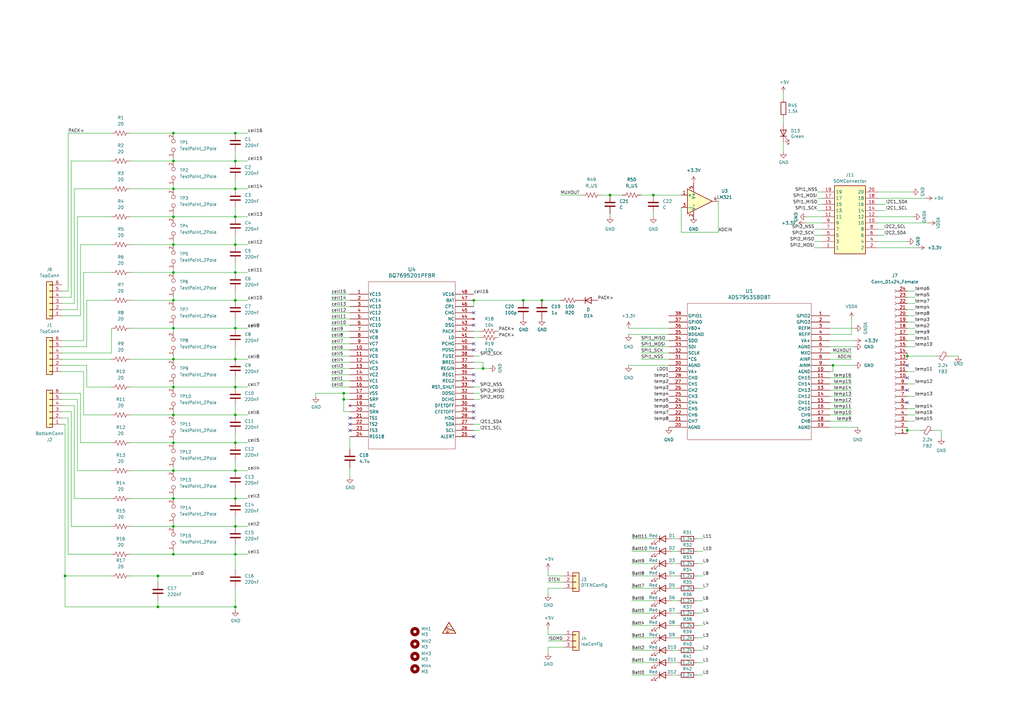
<source format=kicad_sch>
(kicad_sch (version 20230121) (generator eeschema)
  (paper "A3")
  (junction (at 198.12 151.13))
  (junction (at 71.12 215.9))
  (junction (at 96.52 134.62))
  (junction (at 96.52 54.61))
  (junction (at 250.19 80.01))
  (junction (at 71.12 77.47))
  (junction (at 71.12 147.32))
  (junction (at 96.52 77.47))
  (junction (at 96.52 170.18))
  (junction (at 96.52 248.92))
  (junction (at 341.63 149.86))
  (junction (at 96.52 147.32))
  (junction (at 64.77 236.22))
  (junction (at 96.52 123.19))
  (junction (at 222.25 123.19))
  (junction (at 71.12 66.04))
  (junction (at 71.12 204.47))
  (junction (at 71.12 111.76))
  (junction (at 96.52 181.61))
  (junction (at 71.12 88.9))
  (junction (at 96.52 227.33))
  (junction (at 71.12 100.33))
  (junction (at 71.12 227.33))
  (junction (at 71.12 123.19))
  (junction (at 96.52 158.75))
  (junction (at 194.31 123.19))
  (junction (at 71.12 181.61))
  (junction (at 140.97 161.29))
  (junction (at 96.52 111.76))
  (junction (at 96.52 215.9))
  (junction (at 96.52 204.47))
  (junction (at 372.11 146.05))
  (junction (at 26.67 236.22))
  (junction (at 372.11 176.53))
  (junction (at 96.52 100.33))
  (junction (at 71.12 170.18))
  (junction (at 71.12 134.62))
  (junction (at 71.12 193.04))
  (junction (at 214.63 123.19))
  (junction (at 140.97 163.83))
  (junction (at 96.52 66.04))
  (junction (at 267.97 80.01))
  (junction (at 71.12 158.75))
  (junction (at 64.77 248.92))
  (junction (at 71.12 54.61))
  (junction (at 96.52 193.04))
  (junction (at 96.52 88.9))
  (no_connect (at 194.31 168.91))
  (no_connect (at 194.31 128.27))
  (no_connect (at 194.31 171.45))
  (no_connect (at 372.11 165.1))
  (no_connect (at 143.51 176.53))
  (no_connect (at 194.31 133.35))
  (no_connect (at 372.11 154.94))
  (no_connect (at 372.11 149.86))
  (no_connect (at 194.31 143.51))
  (no_connect (at 194.31 153.67))
  (no_connect (at 194.31 156.21))
  (no_connect (at 194.31 179.07))
  (no_connect (at 372.11 160.02))
  (no_connect (at 194.31 140.97))
  (no_connect (at 194.31 166.37))
  (no_connect (at 143.51 171.45))
  (no_connect (at 143.51 173.99))
  (wire (pts (xy 275.59 276.86) (xy 278.13 276.86)))
  (wire (pts (xy 96.52 147.32) (xy 101.6 147.32)))
  (wire (pts (xy 360.045 93.98) (xy 362.585 93.98)))
  (wire (pts (xy 25.4 121.92) (xy 29.21 121.92)))
  (wire (pts (xy 129.54 161.29) (xy 140.97 161.29)))
  (wire (pts (xy 96.52 111.76) (xy 101.6 111.76)))
  (wire (pts (xy 321.31 58.42) (xy 321.31 62.23)))
  (wire (pts (xy 96.52 123.19) (xy 101.6 123.19)))
  (wire (pts (xy 71.12 203.2) (xy 71.12 204.47)))
  (wire (pts (xy 53.34 54.61) (xy 71.12 54.61)))
  (wire (pts (xy 360.045 86.36) (xy 363.22 86.36)))
  (wire (pts (xy 374.65 88.9) (xy 360.045 88.9)))
  (wire (pts (xy 96.52 181.61) (xy 101.6 181.61)))
  (wire (pts (xy 34.29 111.76) (xy 45.72 111.76)))
  (wire (pts (xy 279.4 85.09) (xy 279.4 95.25)))
  (wire (pts (xy 274.32 142.24) (xy 262.89 142.24)))
  (wire (pts (xy 375.285 172.72) (xy 372.11 172.72)))
  (wire (pts (xy 25.4 166.37) (xy 30.48 166.37)))
  (wire (pts (xy 31.75 193.04) (xy 45.72 193.04)))
  (wire (pts (xy 53.34 227.33) (xy 71.12 227.33)))
  (wire (pts (xy 140.97 161.29) (xy 143.51 161.29)))
  (wire (pts (xy 96.52 154.94) (xy 96.52 158.75)))
  (wire (pts (xy 25.4 119.38) (xy 27.94 119.38)))
  (wire (pts (xy 274.32 144.78) (xy 262.89 144.78)))
  (wire (pts (xy 96.52 134.62) (xy 101.6 134.62)))
  (wire (pts (xy 71.12 76.2) (xy 71.12 77.47)))
  (wire (pts (xy 27.94 54.61) (xy 45.72 54.61)))
  (wire (pts (xy 274.32 149.86) (xy 257.81 149.86)))
  (wire (pts (xy 372.11 146.05) (xy 372.11 147.32)))
  (wire (pts (xy 372.11 144.78) (xy 372.11 146.05)))
  (wire (pts (xy 360.045 83.82) (xy 363.22 83.82)))
  (wire (pts (xy 275.59 266.7) (xy 278.13 266.7)))
  (wire (pts (xy 135.89 158.75) (xy 143.51 158.75)))
  (wire (pts (xy 29.21 121.92) (xy 29.21 66.04)))
  (wire (pts (xy 96.52 227.33) (xy 101.6 227.33)))
  (wire (pts (xy 224.79 233.68) (xy 224.79 236.22)))
  (wire (pts (xy 194.31 135.89) (xy 196.85 135.89)))
  (wire (pts (xy 34.29 170.18) (xy 45.72 170.18)))
  (wire (pts (xy 372.11 99.06) (xy 360.045 99.06)))
  (wire (pts (xy 53.34 215.9) (xy 71.12 215.9)))
  (wire (pts (xy 29.21 66.04) (xy 45.72 66.04)))
  (wire (pts (xy 375.285 132.08) (xy 372.11 132.08)))
  (wire (pts (xy 53.34 88.9) (xy 71.12 88.9)))
  (wire (pts (xy 71.12 170.18) (xy 96.52 170.18)))
  (wire (pts (xy 96.52 54.61) (xy 101.6 54.61)))
  (wire (pts (xy 285.75 261.62) (xy 288.29 261.62)))
  (wire (pts (xy 194.31 146.05) (xy 196.85 146.05)))
  (wire (pts (xy 386.08 176.53) (xy 386.08 179.705)))
  (wire (pts (xy 71.12 133.35) (xy 71.12 134.62)))
  (wire (pts (xy 25.4 124.46) (xy 30.48 124.46)))
  (wire (pts (xy 284.48 88.9) (xy 284.48 90.17)))
  (wire (pts (xy 194.31 158.75) (xy 196.85 158.75)))
  (wire (pts (xy 349.25 165.1) (xy 340.36 165.1)))
  (wire (pts (xy 349.25 172.72) (xy 340.36 172.72)))
  (wire (pts (xy 275.59 246.38) (xy 278.13 246.38)))
  (wire (pts (xy 35.56 123.19) (xy 45.72 123.19)))
  (wire (pts (xy 224.79 257.81) (xy 224.79 260.35)))
  (wire (pts (xy 143.51 168.91) (xy 140.97 168.91)))
  (wire (pts (xy 135.89 140.97) (xy 143.51 140.97)))
  (wire (pts (xy 285.75 266.7) (xy 288.29 266.7)))
  (wire (pts (xy 349.25 144.78) (xy 340.36 144.78)))
  (wire (pts (xy 31.75 127) (xy 31.75 88.9)))
  (wire (pts (xy 335.28 78.74) (xy 337.185 78.74)))
  (wire (pts (xy 274.32 137.16) (xy 257.81 137.16)))
  (wire (pts (xy 382.905 176.53) (xy 386.08 176.53)))
  (wire (pts (xy 194.31 123.19) (xy 214.63 123.19)))
  (wire (pts (xy 30.48 166.37) (xy 30.48 204.47)))
  (wire (pts (xy 330.835 88.9) (xy 337.185 88.9)))
  (wire (pts (xy 259.08 251.46) (xy 267.97 251.46)))
  (wire (pts (xy 143.51 191.77) (xy 143.51 195.58)))
  (wire (pts (xy 224.79 265.43) (xy 231.14 265.43)))
  (wire (pts (xy 35.56 142.24) (xy 35.56 123.19)))
  (wire (pts (xy 96.52 250.19) (xy 96.52 248.92)))
  (wire (pts (xy 321.31 38.1) (xy 321.31 40.64)))
  (wire (pts (xy 71.12 111.76) (xy 96.52 111.76)))
  (wire (pts (xy 285.75 251.46) (xy 288.29 251.46)))
  (wire (pts (xy 274.32 147.32) (xy 262.89 147.32)))
  (wire (pts (xy 372.11 176.53) (xy 372.11 177.8)))
  (wire (pts (xy 71.12 191.77) (xy 71.12 193.04)))
  (wire (pts (xy 135.89 146.05) (xy 143.51 146.05)))
  (wire (pts (xy 96.52 193.04) (xy 101.6 193.04)))
  (wire (pts (xy 135.89 151.13) (xy 143.51 151.13)))
  (wire (pts (xy 285.75 241.3) (xy 288.29 241.3)))
  (wire (pts (xy 27.94 227.33) (xy 45.72 227.33)))
  (wire (pts (xy 33.02 100.33) (xy 45.72 100.33)))
  (wire (pts (xy 375.285 127) (xy 372.11 127)))
  (wire (pts (xy 135.89 133.35) (xy 143.51 133.35)))
  (wire (pts (xy 375.285 119.38) (xy 372.11 119.38)))
  (wire (pts (xy 349.25 160.02) (xy 340.36 160.02)))
  (wire (pts (xy 285.75 271.78) (xy 288.29 271.78)))
  (wire (pts (xy 198.12 148.59) (xy 198.12 151.13)))
  (wire (pts (xy 96.52 85.09) (xy 96.52 88.9)))
  (wire (pts (xy 53.34 181.61) (xy 71.12 181.61)))
  (wire (pts (xy 96.52 241.3) (xy 96.52 248.92)))
  (wire (pts (xy 224.79 238.76) (xy 231.14 238.76)))
  (wire (pts (xy 350.52 149.86) (xy 341.63 149.86)))
  (wire (pts (xy 26.67 248.92) (xy 26.67 236.22)))
  (wire (pts (xy 375.285 129.54) (xy 372.11 129.54)))
  (wire (pts (xy 375.285 170.18) (xy 372.11 170.18)))
  (wire (pts (xy 349.25 157.48) (xy 340.36 157.48)))
  (wire (pts (xy 25.4 147.32) (xy 45.72 147.32)))
  (wire (pts (xy 26.67 173.99) (xy 26.67 236.22)))
  (wire (pts (xy 341.63 149.86) (xy 340.36 149.86)))
  (wire (pts (xy 53.34 147.32) (xy 71.12 147.32)))
  (wire (pts (xy 71.12 168.91) (xy 71.12 170.18)))
  (wire (pts (xy 71.12 181.61) (xy 96.52 181.61)))
  (wire (pts (xy 71.12 157.48) (xy 71.12 158.75)))
  (wire (pts (xy 340.36 152.4) (xy 341.63 152.4)))
  (wire (pts (xy 53.34 100.33) (xy 71.12 100.33)))
  (wire (pts (xy 96.52 189.23) (xy 96.52 193.04)))
  (wire (pts (xy 140.97 163.83) (xy 140.97 161.29)))
  (wire (pts (xy 25.4 171.45) (xy 27.94 171.45)))
  (wire (pts (xy 96.52 66.04) (xy 101.6 66.04)))
  (wire (pts (xy 285.75 231.14) (xy 288.29 231.14)))
  (wire (pts (xy 350.52 142.24) (xy 340.36 142.24)))
  (wire (pts (xy 71.12 226.06) (xy 71.12 227.33)))
  (wire (pts (xy 25.4 173.99) (xy 26.67 173.99)))
  (wire (pts (xy 194.31 173.99) (xy 196.85 173.99)))
  (wire (pts (xy 71.12 204.47) (xy 96.52 204.47)))
  (wire (pts (xy 360.045 96.52) (xy 362.585 96.52)))
  (wire (pts (xy 96.52 200.66) (xy 96.52 204.47)))
  (wire (pts (xy 372.11 146.05) (xy 384.175 146.05)))
  (wire (pts (xy 135.89 123.19) (xy 143.51 123.19)))
  (wire (pts (xy 374.015 78.74) (xy 360.045 78.74)))
  (wire (pts (xy 71.12 54.61) (xy 96.52 54.61)))
  (wire (pts (xy 275.59 220.98) (xy 278.13 220.98)))
  (wire (pts (xy 64.77 236.22) (xy 64.77 238.76)))
  (wire (pts (xy 135.89 143.51) (xy 143.51 143.51)))
  (wire (pts (xy 96.52 177.8) (xy 96.52 181.61)))
  (wire (pts (xy 279.4 95.25) (xy 294.64 95.25)))
  (wire (pts (xy 285.75 220.98) (xy 288.29 220.98)))
  (wire (pts (xy 53.34 204.47) (xy 71.12 204.47)))
  (wire (pts (xy 224.79 243.84) (xy 224.79 241.3)))
  (wire (pts (xy 31.75 88.9) (xy 45.72 88.9)))
  (wire (pts (xy 285.75 246.38) (xy 288.29 246.38)))
  (wire (pts (xy 26.67 236.22) (xy 45.72 236.22)))
  (wire (pts (xy 35.56 149.86) (xy 25.4 149.86)))
  (wire (pts (xy 259.08 261.62) (xy 267.97 261.62)))
  (wire (pts (xy 96.52 62.23) (xy 96.52 66.04)))
  (wire (pts (xy 53.34 158.75) (xy 71.12 158.75)))
  (wire (pts (xy 64.77 246.38) (xy 64.77 248.92)))
  (wire (pts (xy 64.77 236.22) (xy 53.34 236.22)))
  (wire (pts (xy 96.52 204.47) (xy 101.6 204.47)))
  (wire (pts (xy 35.56 158.75) (xy 35.56 149.86)))
  (wire (pts (xy 25.4 129.54) (xy 33.02 129.54)))
  (wire (pts (xy 259.08 271.78) (xy 267.97 271.78)))
  (wire (pts (xy 129.54 162.56) (xy 129.54 161.29)))
  (wire (pts (xy 34.29 139.7) (xy 34.29 111.76)))
  (wire (pts (xy 25.4 161.29) (xy 33.02 161.29)))
  (wire (pts (xy 349.25 162.56) (xy 340.36 162.56)))
  (wire (pts (xy 29.21 168.91) (xy 29.21 215.9)))
  (wire (pts (xy 259.08 276.86) (xy 267.97 276.86)))
  (wire (pts (xy 96.52 96.52) (xy 96.52 100.33)))
  (wire (pts (xy 71.12 180.34) (xy 71.12 181.61)))
  (wire (pts (xy 30.48 124.46) (xy 30.48 77.47)))
  (wire (pts (xy 135.89 153.67) (xy 143.51 153.67)))
  (wire (pts (xy 375.285 152.4) (xy 372.11 152.4)))
  (wire (pts (xy 222.25 123.19) (xy 229.87 123.19)))
  (wire (pts (xy 321.31 48.26) (xy 321.31 50.8)))
  (wire (pts (xy 349.25 137.16) (xy 340.36 137.16)))
  (wire (pts (xy 30.48 204.47) (xy 45.72 204.47)))
  (wire (pts (xy 224.79 236.22) (xy 231.14 236.22)))
  (wire (pts (xy 376.555 101.6) (xy 360.045 101.6)))
  (wire (pts (xy 224.79 262.89) (xy 231.14 262.89)))
  (wire (pts (xy 335.28 83.82) (xy 337.185 83.82)))
  (wire (pts (xy 349.25 130.81) (xy 349.25 137.16)))
  (wire (pts (xy 250.19 80.01) (xy 255.27 80.01)))
  (wire (pts (xy 194.31 148.59) (xy 198.12 148.59)))
  (wire (pts (xy 135.89 125.73) (xy 143.51 125.73)))
  (wire (pts (xy 274.32 134.62) (xy 257.81 134.62)))
  (wire (pts (xy 341.63 152.4) (xy 341.63 149.86)))
  (wire (pts (xy 96.52 215.9) (xy 101.6 215.9)))
  (wire (pts (xy 140.97 168.91) (xy 140.97 163.83)))
  (wire (pts (xy 71.12 121.92) (xy 71.12 123.19)))
  (wire (pts (xy 285.75 256.54) (xy 288.29 256.54)))
  (wire (pts (xy 71.12 88.9) (xy 96.52 88.9)))
  (wire (pts (xy 360.045 91.44) (xy 381 91.44)))
  (wire (pts (xy 275.59 251.46) (xy 278.13 251.46)))
  (wire (pts (xy 135.89 128.27) (xy 143.51 128.27)))
  (wire (pts (xy 267.97 80.01) (xy 279.4 80.01)))
  (wire (pts (xy 375.285 167.64) (xy 372.11 167.64)))
  (wire (pts (xy 135.89 130.81) (xy 143.51 130.81)))
  (wire (pts (xy 259.08 220.98) (xy 267.97 220.98)))
  (wire (pts (xy 30.48 77.47) (xy 45.72 77.47)))
  (wire (pts (xy 250.19 88.9) (xy 250.19 87.63)))
  (wire (pts (xy 330.2 91.44) (xy 337.185 91.44)))
  (wire (pts (xy 25.4 144.78) (xy 45.72 144.78)))
  (wire (pts (xy 375.285 134.62) (xy 372.11 134.62)))
  (wire (pts (xy 372.11 176.53) (xy 377.825 176.53)))
  (wire (pts (xy 96.52 158.75) (xy 101.6 158.75)))
  (wire (pts (xy 194.31 138.43) (xy 196.85 138.43)))
  (wire (pts (xy 334.01 101.6) (xy 337.185 101.6)))
  (wire (pts (xy 71.12 64.77) (xy 71.12 66.04)))
  (wire (pts (xy 34.29 152.4) (xy 34.29 170.18)))
  (wire (pts (xy 334.01 96.52) (xy 337.185 96.52)))
  (wire (pts (xy 259.08 231.14) (xy 267.97 231.14)))
  (wire (pts (xy 96.52 107.95) (xy 96.52 111.76)))
  (wire (pts (xy 27.94 119.38) (xy 27.94 54.61)))
  (wire (pts (xy 33.02 181.61) (xy 45.72 181.61)))
  (wire (pts (xy 379.73 81.28) (xy 360.045 81.28)))
  (wire (pts (xy 224.79 260.35) (xy 231.14 260.35)))
  (wire (pts (xy 194.31 176.53) (xy 196.85 176.53)))
  (wire (pts (xy 96.52 223.52) (xy 96.52 227.33)))
  (wire (pts (xy 96.52 73.66) (xy 96.52 77.47)))
  (wire (pts (xy 259.08 226.06) (xy 267.97 226.06)))
  (wire (pts (xy 53.34 123.19) (xy 71.12 123.19)))
  (wire (pts (xy 349.25 154.94) (xy 340.36 154.94)))
  (wire (pts (xy 259.08 246.38) (xy 267.97 246.38)))
  (wire (pts (xy 375.285 124.46) (xy 372.11 124.46)))
  (wire (pts (xy 53.34 66.04) (xy 71.12 66.04)))
  (wire (pts (xy 143.51 163.83) (xy 140.97 163.83)))
  (wire (pts (xy 375.285 142.24) (xy 372.11 142.24)))
  (wire (pts (xy 71.12 99.06) (xy 71.12 100.33)))
  (wire (pts (xy 259.08 241.3) (xy 267.97 241.3)))
  (wire (pts (xy 96.52 119.38) (xy 96.52 123.19)))
  (wire (pts (xy 285.75 236.22) (xy 288.29 236.22)))
  (wire (pts (xy 375.285 137.16) (xy 372.11 137.16)))
  (wire (pts (xy 71.12 146.05) (xy 71.12 147.32)))
  (wire (pts (xy 71.12 214.63) (xy 71.12 215.9)))
  (wire (pts (xy 96.52 212.09) (xy 96.52 215.9)))
  (wire (pts (xy 64.77 248.92) (xy 26.67 248.92)))
  (wire (pts (xy 25.4 163.83) (xy 31.75 163.83)))
  (wire (pts (xy 31.75 163.83) (xy 31.75 193.04)))
  (wire (pts (xy 135.89 135.89) (xy 143.51 135.89)))
  (wire (pts (xy 35.56 158.75) (xy 45.72 158.75)))
  (wire (pts (xy 25.4 127) (xy 31.75 127)))
  (wire (pts (xy 135.89 148.59) (xy 143.51 148.59)))
  (wire (pts (xy 96.52 77.47) (xy 101.6 77.47)))
  (wire (pts (xy 285.75 276.86) (xy 288.29 276.86)))
  (wire (pts (xy 375.285 121.92) (xy 372.11 121.92)))
  (wire (pts (xy 274.32 139.7) (xy 262.89 139.7)))
  (wire (pts (xy 71.12 134.62) (xy 71.12 135.89)))
  (wire (pts (xy 275.59 226.06) (xy 278.13 226.06)))
  (wire (pts (xy 29.21 215.9) (xy 45.72 215.9)))
  (wire (pts (xy 25.4 152.4) (xy 34.29 152.4)))
  (wire (pts (xy 194.31 161.29) (xy 196.85 161.29)))
  (wire (pts (xy 349.25 167.64) (xy 340.36 167.64)))
  (wire (pts (xy 349.25 170.18) (xy 340.36 170.18)))
  (wire (pts (xy 53.34 134.62) (xy 71.12 134.62)))
  (wire (pts (xy 45.72 144.78) (xy 45.72 134.62)))
  (wire (pts (xy 25.4 139.7) (xy 34.29 139.7)))
  (wire (pts (xy 71.12 193.04) (xy 96.52 193.04)))
  (wire (pts (xy 71.12 123.19) (xy 96.52 123.19)))
  (wire (pts (xy 262.89 80.01) (xy 267.97 80.01)))
  (wire (pts (xy 53.34 111.76) (xy 71.12 111.76)))
  (wire (pts (xy 200.66 151.13) (xy 198.12 151.13)))
  (wire (pts (xy 96.52 166.37) (xy 96.52 170.18)))
  (wire (pts (xy 33.02 129.54) (xy 33.02 100.33)))
  (wire (pts (xy 375.285 162.56) (xy 372.11 162.56)))
  (wire (pts (xy 349.25 147.32) (xy 340.36 147.32)))
  (wire (pts (xy 71.12 77.47) (xy 96.52 77.47)))
  (wire (pts (xy 53.34 170.18) (xy 71.12 170.18)))
  (wire (pts (xy 267.97 87.63) (xy 267.97 88.9)))
  (wire (pts (xy 53.34 77.47) (xy 71.12 77.47)))
  (wire (pts (xy 143.51 179.07) (xy 143.51 184.15)))
  (wire (pts (xy 246.38 80.01) (xy 250.19 80.01)))
  (wire (pts (xy 78.74 236.22) (xy 64.77 236.22)))
  (wire (pts (xy 275.59 236.22) (xy 278.13 236.22)))
  (wire (pts (xy 198.12 151.13) (xy 194.31 151.13)))
  (wire (pts (xy 375.285 157.48) (xy 372.11 157.48)))
  (wire (pts (xy 96.52 248.92) (xy 64.77 248.92)))
  (wire (pts (xy 96.52 100.33) (xy 101.6 100.33)))
  (wire (pts (xy 275.59 271.78) (xy 278.13 271.78)))
  (wire (pts (xy 275.59 241.3) (xy 278.13 241.3)))
  (wire (pts (xy 135.89 138.43) (xy 143.51 138.43)))
  (wire (pts (xy 229.87 80.01) (xy 238.76 80.01)))
  (wire (pts (xy 96.52 142.24) (xy 96.52 147.32)))
  (wire (pts (xy 224.79 241.3) (xy 231.14 241.3)))
  (wire (pts (xy 259.08 266.7) (xy 267.97 266.7)))
  (wire (pts (xy 334.01 99.06) (xy 337.185 99.06)))
  (wire (pts (xy 71.12 100.33) (xy 96.52 100.33)))
  (wire (pts (xy 71.12 87.63) (xy 71.12 88.9)))
  (wire (pts (xy 71.12 110.49) (xy 71.12 111.76)))
  (wire (pts (xy 25.4 168.91) (xy 29.21 168.91)))
  (wire (pts (xy 350.52 139.7) (xy 340.36 139.7)))
  (wire (pts (xy 27.94 171.45) (xy 27.94 227.33)))
  (wire (pts (xy 275.59 261.62) (xy 278.13 261.62)))
  (wire (pts (xy 96.52 233.68) (xy 96.52 227.33)))
  (wire (pts (xy 194.31 163.83) (xy 196.85 163.83)))
  (wire (pts (xy 96.52 88.9) (xy 101.6 88.9)))
  (wire (pts (xy 259.08 256.54) (xy 267.97 256.54)))
  (wire (pts (xy 71.12 66.04) (xy 96.52 66.04)))
  (wire (pts (xy 71.12 147.32) (xy 96.52 147.32)))
  (wire (pts (xy 294.64 95.25) (xy 294.64 82.55)))
  (wire (pts (xy 71.12 134.62) (xy 96.52 134.62)))
  (wire (pts (xy 334.01 93.98) (xy 337.185 93.98)))
  (wire (pts (xy 71.12 227.33) (xy 96.52 227.33)))
  (wire (pts (xy 259.08 236.22) (xy 267.97 236.22)))
  (wire (pts (xy 285.75 226.06) (xy 288.29 226.06)))
  (wire (pts (xy 275.59 231.14) (xy 278.13 231.14)))
  (wire (pts (xy 53.34 193.04) (xy 71.12 193.04)))
  (wire (pts (xy 25.4 142.24) (xy 35.56 142.24)))
  (wire (pts (xy 224.79 267.97) (xy 224.79 265.43)))
  (wire (pts (xy 389.255 146.05) (xy 393.065 146.05)))
  (wire (pts (xy 71.12 158.75) (xy 96.52 158.75)))
  (wire (pts (xy 275.59 256.54) (xy 278.13 256.54)))
  (wire (pts (xy 351.79 175.26) (xy 340.36 175.26)))
  (wire (pts (xy 96.52 170.18) (xy 101.6 170.18)))
  (wire (pts (xy 335.28 81.28) (xy 337.185 81.28)))
  (wire (pts (xy 194.31 123.19) (xy 194.31 125.73)))
  (wire (pts (xy 372.11 175.26) (xy 372.11 176.53)))
  (wire (pts (xy 335.28 86.36) (xy 337.185 86.36)))
  (wire (pts (xy 350.52 134.62) (xy 340.36 134.62)))
  (wire (pts (xy 71.12 215.9) (xy 96.52 215.9)))
  (wire (pts (xy 375.285 139.7) (xy 372.11 139.7)))
  (wire (pts (xy 135.89 120.65) (xy 143.51 120.65)))
  (wire (pts (xy 33.02 161.29) (xy 33.02 181.61)))
  (wire (pts (xy 96.52 130.81) (xy 96.52 134.62)))
  (wire (pts (xy 135.89 156.21) (xy 143.51 156.21)))
  (wire (pts (xy 214.63 123.19) (xy 222.25 123.19)))
  (label "SPI1_MOSI" (at 335.28 81.28 180))
  (label "L6" (at 288.29 246.38 0))
  (label "cell8" (at 135.89 138.43 0))
  (label "SPI1_NSS" (at 335.28 78.74 180))
  (label "temp5" (at 375.285 121.92 0))
  (label "temp2" (at 274.32 157.48 180))
  (label "cell15" (at 101.6 66.04 0))
  (label "SPI2_SCK" (at 196.85 146.05 0))
  (label "Batt7" (at 259.08 241.3 0))
  (label "I2C2_SCL" (at 362.585 93.98 0))
  (label "L5" (at 288.29 251.46 0))
  (label "MUXOUT" (at 349.25 144.78 180))
  (label "L3" (at 288.29 261.62 0))
  (label "cell5" (at 101.6 181.61 0))
  (label "cell13" (at 135.89 125.73 0))
  (label "cell0" (at 135.89 158.75 0))
  (label "temp11" (at 375.285 152.4 0))
  (label "PACK+" (at 204.47 138.43 0))
  (label "temp13" (at 349.25 162.56 180))
  (label "cell16" (at 101.6 54.61 0))
  (label "cell9" (at 101.6 134.62 0))
  (label "SPI1_SCK" (at 262.89 144.78 0))
  (label "cell9" (at 135.89 135.89 0))
  (label "cell14" (at 135.89 123.19 0))
  (label "I2C2_SDA" (at 362.585 96.52 0))
  (label "Batt2" (at 259.08 266.7 0))
  (label "Batt3" (at 259.08 261.62 0))
  (label "cell2" (at 101.6 215.9 0))
  (label "SPI2_MOSI" (at 196.85 163.83 0))
  (label "I2C1_SDA" (at 363.22 83.82 0))
  (label "temp11" (at 349.25 167.64 180))
  (label "cell5" (at 135.89 146.05 0))
  (label "Batt8" (at 259.08 236.22 0))
  (label "temp16" (at 375.285 170.18 0))
  (label "PACK+" (at 27.94 54.61 0))
  (label "temp3" (at 274.32 160.02 180))
  (label "cell7" (at 135.89 140.97 0))
  (label "L7" (at 288.29 241.3 0))
  (label "L8" (at 288.29 236.22 0))
  (label "SPI1_NSS" (at 262.89 147.32 0))
  (label "Batt11" (at 259.08 220.98 0))
  (label "temp4" (at 375.285 127 0))
  (label "L4" (at 288.29 256.54 0))
  (label "SPI2_NSS" (at 196.85 158.75 0))
  (label "SPI2_SCK" (at 334.01 96.52 180))
  (label "L0" (at 288.29 276.86 0))
  (label "Batt6" (at 259.08 246.38 0))
  (label "cell8" (at 101.6 147.32 0))
  (label "I2C1_SDA" (at 196.85 173.99 0))
  (label "ADCIN" (at 294.64 95.25 0))
  (label "SPI1_MISO" (at 262.89 139.7 0))
  (label "temp6" (at 375.285 119.38 0))
  (label "temp1" (at 375.285 139.7 0))
  (label "cell11" (at 101.6 111.76 0))
  (label "cell3" (at 101.6 204.47 0))
  (label "ADCIN" (at 349.25 147.32 180))
  (label "cell10" (at 101.6 123.19 0))
  (label "cell6" (at 101.6 170.18 0))
  (label "MUXOUT" (at 229.87 80.01 0))
  (label "cell4" (at 135.89 148.59 0))
  (label "I2C1_SCL" (at 196.85 176.53 0))
  (label "cell15" (at 135.89 120.65 0))
  (label "temp9" (at 349.25 172.72 180))
  (label "L10" (at 288.29 226.06 0))
  (label "temp14" (at 349.25 160.02 180))
  (label "Batt9" (at 259.08 231.14 0))
  (label "temp9" (at 375.285 137.16 0))
  (label "SPI2_MISO" (at 196.85 161.29 0))
  (label "temp7" (at 375.285 124.46 0))
  (label "temp12" (at 375.285 157.48 0))
  (label "cell12" (at 101.6 100.33 0))
  (label "temp2" (at 375.285 134.62 0))
  (label "PACK+" (at 204.47 135.89 0))
  (label "temp12" (at 349.25 165.1 180))
  (label "SPI2_MISO" (at 334.01 99.06 180))
  (label "cell11" (at 135.89 130.81 0))
  (label "SPI1_SCK" (at 335.28 86.36 180))
  (label "SPI2_NSS" (at 334.01 93.98 180))
  (label "temp5" (at 274.32 165.1 180))
  (label "SPI1_MISO" (at 335.28 83.82 180))
  (label "temp16" (at 349.25 154.94 180))
  (label "cell10" (at 135.89 133.35 0))
  (label "SPI2_MOSI" (at 334.01 101.6 180))
  (label "L11" (at 288.29 220.98 0))
  (label "L9" (at 288.29 231.14 0))
  (label "Batt5" (at 259.08 251.46 0))
  (label "temp10" (at 349.25 170.18 180))
  (label "ISOMD" (at 224.79 262.89 0))
  (label "cell4" (at 101.6 193.04 0))
  (label "cell1" (at 135.89 156.21 0))
  (label "SPI1_MOSI" (at 262.89 142.24 0))
  (label "temp15" (at 375.285 172.72 0))
  (label "temp13" (at 375.285 162.56 0))
  (label "temp15" (at 349.25 157.48 180))
  (label "Batt1" (at 259.08 271.78 0))
  (label "cell6" (at 135.89 143.51 0))
  (label "I2C1_SCL" (at 363.22 86.36 0))
  (label "temp6" (at 274.32 167.64 180))
  (label "DTEN" (at 224.79 238.76 0))
  (label "cell7" (at 101.6 158.75 0))
  (label "temp8" (at 375.285 129.54 0))
  (label "Batt4" (at 259.08 256.54 0))
  (label "temp10" (at 375.285 142.24 0))
  (label "cell0" (at 78.74 236.22 0))
  (label "cell9" (at 101.6 134.62 0))
  (label "temp4" (at 274.32 162.56 180))
  (label "cell3" (at 135.89 151.13 0))
  (label "temp14" (at 375.285 167.64 0))
  (label "temp1" (at 274.32 154.94 180))
  (label "L2" (at 288.29 266.7 0))
  (label "cell14" (at 101.6 77.47 0))
  (label "temp3" (at 375.285 132.08 0))
  (label "cell12" (at 135.89 128.27 0))
  (label "cell2" (at 135.89 153.67 0))
  (label "Batt0" (at 259.08 276.86 0))
  (label "cell16" (at 194.31 120.65 0))
  (label "cell13" (at 101.6 88.9 0))
  (label "Batt10" (at 259.08 226.06 0))
  (label "PACK+" (at 245.11 123.19 0))
  (label "L1" (at 288.29 271.78 0))
  (label "LDO1" (at 274.32 152.4 180))
  (label "temp7" (at 274.32 170.18 180))
  (label "temp8" (at 274.32 172.72 180))
  (label "cell1" (at 101.6 227.33 0))
  (symbol (lib_id "Device:LED") (at 321.31 54.61 90) (unit 1)
    (property "Reference" "D13" (at 324.2818 53.6448 90) (effects (justify right)))
    (property "Value" "Green" (at 324.2818 55.9562 90) (effects (justify right)))
    (property "Footprint" "LED_SMD:LED_0805_2012Metric" (effects hide))
  )
  (symbol (lib_id "power:GND") (at 321.31 62.23 0) (unit 1)
    (property "Reference" "#PWR013" (effects hide))
    (property "Value" "GND" (at 321.437 66.6242 0))
  )
  (symbol (lib_id "Device:R") (at 321.31 44.45 0) (unit 1)
    (property "Reference" "R45" (at 323.088 43.2816 0) (effects (justify left)))
    (property "Value" "1.5k" (at 323.088 45.593 0) (effects (justify left)))
    (property "Footprint" "Resistor_SMD:R_0805_2012Metric" (effects hide))
  )
  (symbol (lib_id "Device:LED") (at 271.78 220.98 0) (unit 1)
    (property "Reference" "D1" (at 275.59 219.71 0))
    (property "Value" "Red" (at 267.97 219.71 0))
    (property "Footprint" "LED_SMD:LED_0805_2012Metric" (effects hide))
  )
  (symbol (lib_id "Device:R") (at 281.94 220.98 270) (unit 1)
    (property "Reference" "R31" (at 281.94 218.44 90))
    (property "Value" "1.2k" (at 281.94 220.98 90))
    (property "Footprint" "Resistor_SMD:R_0805_2012Metric" (effects hide))
  )
  (symbol (lib_id "Connector_Generic:Conn_01x03") (at 236.22 262.89 0) (unit 1)
    (property "Reference" "J4" (at 238.252 261.8232 0) (effects (justify left)))
    (property "Value" "IsoConfig" (at 238.252 264.1346 0) (effects (justify left)))
    (property "Footprint" "Connector_PinHeader_2.54mm:PinHeader_1x03_P2.54mm_Vertical" (effects hide))
  )
  (symbol (lib_id "power:GND") (at 224.79 267.97 0) (unit 1)
    (property "Reference" "#PWR07" (effects hide))
    (property "Value" "GND" (at 224.917 272.3642 0))
  )
  (symbol (lib_id "Device:LED") (at 271.78 226.06 0) (unit 1)
    (property "Reference" "D2" (at 275.59 224.79 0))
    (property "Value" "Red" (at 267.97 224.79 0))
    (property "Footprint" "LED_SMD:LED_0805_2012Metric" (effects hide))
  )
  (symbol (lib_id "Device:R") (at 281.94 226.06 270) (unit 1)
    (property "Reference" "R32" (at 281.94 223.52 90))
    (property "Value" "1.2k" (at 281.94 226.06 90))
    (property "Footprint" "Resistor_SMD:R_0805_2012Metric" (effects hide))
  )
  (symbol (lib_id "Device:LED") (at 271.78 231.14 0) (unit 1)
    (property "Reference" "D3" (at 275.59 229.87 0))
    (property "Value" "Red" (at 267.97 229.87 0))
    (property "Footprint" "LED_SMD:LED_0805_2012Metric" (effects hide))
  )
  (symbol (lib_id "Device:R") (at 281.94 231.14 270) (unit 1)
    (property "Reference" "R33" (at 281.94 228.6 90))
    (property "Value" "1.2k" (at 281.94 231.14 90))
    (property "Footprint" "Resistor_SMD:R_0805_2012Metric" (effects hide))
  )
  (symbol (lib_id "Device:LED") (at 271.78 236.22 0) (unit 1)
    (property "Reference" "D4" (at 275.59 234.95 0))
    (property "Value" "Red" (at 267.97 234.95 0))
    (property "Footprint" "LED_SMD:LED_0805_2012Metric" (effects hide))
  )
  (symbol (lib_id "Device:R") (at 281.94 236.22 270) (unit 1)
    (property "Reference" "R34" (at 281.94 233.68 90))
    (property "Value" "1.2k" (at 281.94 236.22 90))
    (property "Footprint" "Resistor_SMD:R_0805_2012Metric" (effects hide))
  )
  (symbol (lib_id "Device:LED") (at 271.78 241.3 0) (unit 1)
    (property "Reference" "D5" (at 275.59 240.03 0))
    (property "Value" "Red" (at 267.97 240.03 0))
    (property "Footprint" "LED_SMD:LED_0805_2012Metric" (effects hide))
  )
  (symbol (lib_id "Device:R") (at 281.94 241.3 270) (unit 1)
    (property "Reference" "R35" (at 281.94 238.76 90))
    (property "Value" "1.2k" (at 281.94 241.3 90))
    (property "Footprint" "Resistor_SMD:R_0805_2012Metric" (effects hide))
  )
  (symbol (lib_id "Device:LED") (at 271.78 246.38 0) (unit 1)
    (property "Reference" "D6" (at 275.59 245.11 0))
    (property "Value" "Red" (at 267.97 245.11 0))
    (property "Footprint" "LED_SMD:LED_0805_2012Metric" (effects hide))
  )
  (symbol (lib_id "Device:R") (at 281.94 246.38 270) (unit 1)
    (property "Reference" "R36" (at 281.94 243.84 90))
    (property "Value" "1.2k" (at 281.94 246.38 90))
    (property "Footprint" "Resistor_SMD:R_0805_2012Metric" (effects hide))
  )
  (symbol (lib_id "Device:LED") (at 271.78 251.46 0) (unit 1)
    (property "Reference" "D7" (at 275.59 250.19 0))
    (property "Value" "Red" (at 267.97 250.19 0))
    (property "Footprint" "LED_SMD:LED_0805_2012Metric" (effects hide))
  )
  (symbol (lib_id "Device:R") (at 281.94 251.46 270) (unit 1)
    (property "Reference" "R37" (at 281.94 248.92 90))
    (property "Value" "1.2k" (at 281.94 251.46 90))
    (property "Footprint" "Resistor_SMD:R_0805_2012Metric" (effects hide))
  )
  (symbol (lib_id "Device:LED") (at 271.78 256.54 0) (unit 1)
    (property "Reference" "D8" (at 275.59 255.27 0))
    (property "Value" "Red" (at 267.97 255.27 0))
    (property "Footprint" "LED_SMD:LED_0805_2012Metric" (effects hide))
  )
  (symbol (lib_id "Device:R") (at 281.94 256.54 270) (unit 1)
    (property "Reference" "R38" (at 281.94 254 90))
    (property "Value" "1.2k" (at 281.94 256.54 90))
    (property "Footprint" "Resistor_SMD:R_0805_2012Metric" (effects hide))
  )
  (symbol (lib_id "Device:LED") (at 271.78 261.62 0) (unit 1)
    (property "Reference" "D9" (at 275.59 260.35 0))
    (property "Value" "Red" (at 267.97 260.35 0))
    (property "Footprint" "LED_SMD:LED_0805_2012Metric" (effects hide))
  )
  (symbol (lib_id "Device:R") (at 281.94 261.62 270) (unit 1)
    (property "Reference" "R39" (at 281.94 259.08 90))
    (property "Value" "1.2k" (at 281.94 261.62 90))
    (property "Footprint" "Resistor_SMD:R_0805_2012Metric" (effects hide))
  )
  (symbol (lib_id "Device:LED") (at 271.78 266.7 0) (unit 1)
    (property "Reference" "D10" (at 275.59 265.43 0))
    (property "Value" "Red" (at 267.97 265.43 0))
    (property "Footprint" "LED_SMD:LED_0805_2012Metric" (effects hide))
  )
  (symbol (lib_id "Device:R") (at 281.94 266.7 270) (unit 1)
    (property "Reference" "R40" (at 281.94 264.16 90))
    (property "Value" "1.2k" (at 281.94 266.7 90))
    (property "Footprint" "Resistor_SMD:R_0805_2012Metric" (effects hide))
  )
  (symbol (lib_id "Device:LED") (at 271.78 271.78 0) (unit 1)
    (property "Reference" "D11" (at 275.59 270.51 0))
    (property "Value" "Red" (at 267.97 270.51 0))
    (property "Footprint" "LED_SMD:LED_0805_2012Metric" (effects hide))
  )
  (symbol (lib_id "Device:R") (at 281.94 271.78 270) (unit 1)
    (property "Reference" "R41" (at 281.94 269.24 90))
    (property "Value" "1.2k" (at 281.94 271.78 90))
    (property "Footprint" "Resistor_SMD:R_0805_2012Metric" (effects hide))
  )
  (symbol (lib_id "Device:LED") (at 271.78 276.86 0) (unit 1)
    (property "Reference" "D12" (at 275.59 275.59 0))
    (property "Value" "Red" (at 267.97 275.59 0))
    (property "Footprint" "LED_SMD:LED_0805_2012Metric" (effects hide))
  )
  (symbol (lib_id "Device:R") (at 281.94 276.86 270) (unit 1)
    (property "Reference" "R42" (at 281.94 274.32 90))
    (property "Value" "1.2k" (at 281.94 276.86 90))
    (property "Footprint" "Resistor_SMD:R_0805_2012Metric" (effects hide))
  )
  (symbol (lib_id "Mechanical:MountingHole") (at 170.18 259.08 0) (unit 1)
    (property "Reference" "MH1" (at 172.72 257.9116 0) (effects (justify left)))
    (property "Value" "M3" (at 172.72 260.223 0) (effects (justify left)))
    (property "Footprint" "MountingHole:MountingHole_3mm" (effects hide))
  )
  (symbol (lib_id "Mechanical:MountingHole") (at 170.18 264.16 0) (unit 1)
    (property "Reference" "MH2" (at 172.72 262.9916 0) (effects (justify left)))
    (property "Value" "M3" (at 172.72 265.303 0) (effects (justify left)))
    (property "Footprint" "MountingHole:MountingHole_3mm" (effects hide))
  )
  (symbol (lib_id "Mechanical:MountingHole") (at 170.18 269.24 0) (unit 1)
    (property "Reference" "MH3" (at 172.72 268.0716 0) (effects (justify left)))
    (property "Value" "M3" (at 172.72 270.383 0) (effects (justify left)))
    (property "Footprint" "MountingHole:MountingHole_3mm" (effects hide))
  )
  (symbol (lib_id "Mechanical:MountingHole") (at 170.18 274.32 0) (unit 1)
    (property "Reference" "MH4" (at 172.72 273.1516 0) (effects (justify left)))
    (property "Value" "M3" (at 172.72 275.463 0) (effects (justify left)))
    (property "Footprint" "MountingHole:MountingHole_3mm" (effects hide))
  )
  (symbol (lib_id "Graphic:SYM_ESD_Small") (at 184.15 257.81 0) (unit 1)
    (property "Reference" "#SYM1" (effects hide))
    (property "Value" "SYM_ESD_Small" (effects hide))
    (property "Footprint" "Symbol:ESD-Logo_6.6x6mm_SilkScreen" (effects hide))
  )
  (symbol (lib_id "Connector_Generic:Conn_01x06") (at 20.32 168.91 180) (unit 1)
    (property "Reference" "J2" (at 20.32 180.34 0))
    (property "Value" "BottomConn" (at 20.32 177.8 0))
    (property "Footprint" "Connector_Molex:Molex_Micro-Fit_3.0_43650-0700_1x07_P3.00mm_Horizontal" (effects hide))
  )
  (symbol (lib_id "Connector_Generic:Conn_01x06") (at 20.32 147.32 180) (unit 1)
    (property "Reference" "J1" (at 20.32 133.35 0))
    (property "Value" "TopConn" (at 20.32 135.89 0))
    (property "Footprint" "Connector_Molex:Molex_Micro-Fit_3.0_43650-0700_1x07_P3.00mm_Horizontal" (effects hide))
  )
  (symbol (lib_id "power:+5V") (at 321.31 38.1 0) (unit 1)
    (property "Reference" "#PWR012" (effects hide))
    (property "Value" "+5V" (at 321.691 33.7058 0))
  )
  (symbol (lib_id "power:+5V") (at 224.79 257.81 0) (unit 1)
    (property "Reference" "#PWR06" (effects hide))
    (property "Value" "+5V" (at 225.171 253.4158 0))
  )
  (symbol (lib_id "Connector_Generic:Conn_01x03") (at 236.22 238.76 0) (unit 1)
    (property "Reference" "J3" (at 238.252 237.6932 0) (effects (justify left)))
    (property "Value" "DTENConfig" (at 238.252 240.0046 0) (effects (justify left)))
    (property "Footprint" "Connector_PinHeader_2.54mm:PinHeader_1x03_P2.54mm_Vertical" (effects hide))
  )
  (symbol (lib_id "power:GND") (at 224.79 243.84 0) (unit 1)
    (property "Reference" "#PWR05" (effects hide))
    (property "Value" "GND" (at 224.917 248.2342 0))
  )
  (symbol (lib_id "power:+5V") (at 224.79 233.68 0) (unit 1)
    (property "Reference" "#PWR04" (effects hide))
    (property "Value" "+5V" (at 225.171 229.2858 0))
  )
  (symbol (lib_id "Device:C") (at 214.63 127 180) (unit 1)
    (property "Reference" "C20" (at 207.01 125.73 0) (effects (justify right)))
    (property "Value" "100p" (at 207.01 128.27 0) (effects (justify right)))
  )
  (symbol (lib_id "Device:C") (at 143.51 187.96 180) (unit 1)
    (property "Reference" "C18" (at 147.32 186.69 0) (effects (justify right)))
    (property "Value" "4.7u" (at 147.32 189.23 0) (effects (justify right)))
  )
  (symbol (lib_id "Device:FerriteBead_Small") (at 386.715 146.05 270) (unit 1)
    (property "Reference" "FB3" (at 386.7531 152.4 90))
    (property "Value" "2.2k" (at 386.7531 149.86 90))
    (property "Footprint" "Inductor_SMD:L_0805_2012Metric_Pad1.05x1.20mm_HandSolder" (effects hide))
    (property "Datasheet" "https://www.digikey.com/en/products/detail/laird-signal-integrity-products/HZ0805B222R-10/1236418" (effects hide))
  )
  (symbol (lib_id "power:+3.3V") (at 330.2 91.44 90) (unit 1)
    (property "Reference" "#PWR032" (effects hide))
    (property "Value" "+3.3V" (at 326.39 91.44 90) (effects (justify left)))
  )
  (symbol (lib_id "Device:R_US") (at 49.53 158.75 270) (unit 1)
    (property "Reference" "R10" (at 49.53 152.4 90))
    (property "Value" "20" (at 49.53 154.94 90))
  )
  (symbol (lib_id "utsvt-chips:ADS7953SBDBT") (at 340.36 129.54 0) (mirror y) (unit 1)
    (property "Reference" "U1" (at 307.34 119.38 0) (effects (font (size 1.524 1.524))))
    (property "Value" "ADS7953SBDBT" (at 307.34 121.92 0) (effects (font (size 1.524 1.524))))
    (property "Footprint" "Package_SO:HTSSOP-38-1EP_6.1x12.5mm_P0.65mm_EP5.2x12.5mm_Mask3.39x6.35mm" (effects hide))
    (property "Datasheet" "ADS7953SBDBT" (effects hide))
  )
  (symbol (lib_id "Connector:TestPoint_2Pole") (at 71.12 186.69 90) (unit 1)
    (property "Reference" "TP12" (at 73.66 185.42 90) (effects (justify right)))
    (property "Value" "TestPoint_2Pole" (at 73.66 187.96 90) (effects (justify right)))
  )
  (symbol (lib_id "power:+5V") (at 379.73 81.28 270) (unit 1)
    (property "Reference" "#PWR038" (effects hide))
    (property "Value" "+5V" (at 382.905 81.28 90) (effects (justify left)))
  )
  (symbol (lib_id "power:GND") (at 214.63 130.81 0) (unit 1)
    (property "Reference" "#PWR028" (effects hide))
    (property "Value" "GND" (at 214.757 135.2042 0))
  )
  (symbol (lib_id "Device:C") (at 222.25 127 180) (unit 1)
    (property "Reference" "C19" (at 226.06 125.73 0) (effects (justify right)))
    (property "Value" "1u" (at 226.06 128.27 0) (effects (justify right)))
  )
  (symbol (lib_id "power:GND") (at 284.48 88.9 0) (unit 1)
    (property "Reference" "#PWR023" (effects hide))
    (property "Value" "GND" (at 284.48 93.98 0))
  )
  (symbol (lib_id "Device:R_US") (at 49.53 193.04 270) (unit 1)
    (property "Reference" "R13" (at 49.53 186.69 90))
    (property "Value" "20" (at 49.53 189.23 90))
  )
  (symbol (lib_id "Device:C") (at 250.19 83.82 180) (unit 1)
    (property "Reference" "C21" (at 254 82.55 0) (effects (justify right)))
    (property "Value" "C" (at 254 85.09 0) (effects (justify right)))
  )
  (symbol (lib_id "Device:R_US") (at 49.53 88.9 270) (unit 1)
    (property "Reference" "R4" (at 49.53 82.55 90))
    (property "Value" "20" (at 49.53 85.09 90))
  )
  (symbol (lib_id "Device:C") (at 96.52 162.56 180) (unit 1)
    (property "Reference" "C10" (at 100.33 161.29 0) (effects (justify right)))
    (property "Value" "220nF" (at 100.33 163.83 0) (effects (justify right)))
  )
  (symbol (lib_id "power:GND") (at 257.81 149.86 0) (mirror y) (unit 1)
    (property "Reference" "#PWR02" (effects hide))
    (property "Value" "GND" (at 257.81 154.94 0))
  )
  (symbol (lib_id "power:GNDA") (at 350.52 134.62 90) (mirror x) (unit 1)
    (property "Reference" "#PWR08" (effects hide))
    (property "Value" "GNDA" (at 354.965 134.62 0))
  )
  (symbol (lib_id "power:GND") (at 351.79 175.26 0) (mirror y) (unit 1)
    (property "Reference" "#PWR09" (effects hide))
    (property "Value" "GND" (at 351.79 180.34 0))
  )
  (symbol (lib_id "Device:C") (at 96.52 127 180) (unit 1)
    (property "Reference" "C7" (at 100.33 125.73 0) (effects (justify right)))
    (property "Value" "220nF" (at 100.33 128.27 0) (effects (justify right)))
  )
  (symbol (lib_id "Device:R_US") (at 49.53 100.33 270) (unit 1)
    (property "Reference" "R5" (at 49.53 93.98 90))
    (property "Value" "20" (at 49.53 96.52 90))
  )
  (symbol (lib_id "power:GND") (at 257.81 137.16 0) (mirror y) (unit 1)
    (property "Reference" "#PWR01" (effects hide))
    (property "Value" "GND" (at 257.81 142.24 0))
  )
  (symbol (lib_id "utsvt-chips:BQ7695201PFBR") (at 143.51 120.65 0) (unit 1)
    (property "Reference" "U4" (at 168.91 110.49 0) (effects (font (size 1.524 1.524))))
    (property "Value" "BQ7695201PFBR" (at 168.91 113.03 0) (effects (font (size 1.524 1.524))))
    (property "Footprint" "Package_QFP:TQFP-48_7x7mm_P0.5mm" (effects hide))
    (property "Datasheet" "BQ7695201PFBR" (effects hide))
  )
  (symbol (lib_id "power:GND") (at 350.52 142.24 90) (mirror x) (unit 1)
    (property "Reference" "#PWR016" (effects hide))
    (property "Value" "GND" (at 354.33 142.24 90) (effects (justify right)))
  )
  (symbol (lib_id "Device:C") (at 96.52 151.13 180) (unit 1)
    (property "Reference" "C9" (at 100.33 149.86 0) (effects (justify right)))
    (property "Value" "220nF" (at 100.33 152.4 0) (effects (justify right)))
  )
  (symbol (lib_id "Connector:TestPoint_2Pole") (at 71.12 198.12 90) (unit 1)
    (property "Reference" "TP13" (at 73.66 196.85 90) (effects (justify right)))
    (property "Value" "TestPoint_2Pole" (at 73.66 199.39 90) (effects (justify right)))
  )
  (symbol (lib_id "power:GNDA") (at 374.65 88.9 90) (unit 1)
    (property "Reference" "#PWR036" (effects hide))
    (property "Value" "GNDA" (at 379.095 88.9 0))
  )
  (symbol (lib_id "Connector:TestPoint_2Pole") (at 71.12 128.27 90) (unit 1)
    (property "Reference" "TP7" (at 73.66 127 90) (effects (justify right)))
    (property "Value" "TestPoint_2Pole" (at 73.66 129.54 90) (effects (justify right)))
  )
  (symbol (lib_id "Connector:TestPoint_2Pole") (at 71.12 152.4 90) (unit 1)
    (property "Reference" "TP9" (at 73.66 151.13 90) (effects (justify right)))
    (property "Value" "TestPoint_2Pole" (at 73.66 153.67 90) (effects (justify right)))
  )
  (symbol (lib_id "power:GND") (at 393.065 146.05 0) (mirror y) (unit 1)
    (property "Reference" "#PWR021" (effects hide))
    (property "Value" "GND" (at 393.065 149.225 0))
  )
  (symbol (lib_id "Device:R_US") (at 242.57 80.01 270) (unit 1)
    (property "Reference" "R49" (at 242.57 73.66 90))
    (property "Value" "R_US" (at 242.57 76.2 90))
  )
  (symbol (lib_id "Device:R_US") (at 49.53 215.9 270) (unit 1)
    (property "Reference" "R15" (at 49.53 209.55 90))
    (property "Value" "20" (at 49.53 212.09 90))
  )
  (symbol (lib_id "Device:R_US") (at 49.53 170.18 270) (unit 1)
    (property "Reference" "R11" (at 49.53 163.83 90))
    (property "Value" "20" (at 49.53 166.37 90))
  )
  (symbol (lib_id "Device:R_US") (at 49.53 204.47 270) (unit 1)
    (property "Reference" "R14" (at 49.53 198.12 90))
    (property "Value" "20" (at 49.53 200.66 90))
  )
  (symbol (lib_id "Device:R_US") (at 49.53 77.47 270) (unit 1)
    (property "Reference" "R3" (at 49.53 71.12 90))
    (property "Value" "20" (at 49.53 73.66 90))
  )
  (symbol (lib_id "Connector:TestPoint_2Pole") (at 71.12 59.69 90) (unit 1)
    (property "Reference" "TP1" (at 73.66 58.42 90) (effects (justify right)))
    (property "Value" "TestPoint_2Pole" (at 73.66 60.96 90) (effects (justify right)))
  )
  (symbol (lib_id "Connector:TestPoint_2Pole") (at 71.12 93.98 90) (unit 1)
    (property "Reference" "TP4" (at 73.66 92.71 90) (effects (justify right)))
    (property "Value" "TestPoint_2Pole" (at 73.66 95.25 90) (effects (justify right)))
  )
  (symbol (lib_id "power:VDDA") (at 381 91.44 270) (unit 1)
    (property "Reference" "#PWR039" (effects hide))
    (property "Value" "VDDA" (at 384.81 91.44 0))
  )
  (symbol (lib_id "power:GND") (at 372.11 99.06 90) (unit 1)
    (property "Reference" "#PWR034" (effects hide))
    (property "Value" "GND" (at 376.5042 98.933 0))
  )
  (symbol (lib_id "Connector_Generic:Conn_01x06") (at 20.32 124.46 180) (unit 1)
    (property "Reference" "J6" (at 20.32 110.49 0))
    (property "Value" "TopConn" (at 20.32 113.03 0))
    (property "Footprint" "Connector_Molex:Molex_Micro-Fit_3.0_43650-0700_1x07_P3.00mm_Horizontal" (effects hide))
  )
  (symbol (lib_id "Device:R_US") (at 49.53 54.61 270) (unit 1)
    (property "Reference" "R1" (at 49.53 48.26 90))
    (property "Value" "20" (at 49.53 50.8 90))
  )
  (symbol (lib_id "Device:C") (at 64.77 242.57 180) (unit 1)
    (property "Reference" "C17" (at 68.58 241.3 0) (effects (justify right)))
    (property "Value" "220nF" (at 68.58 243.84 0) (effects (justify right)))
  )
  (symbol (lib_id "Device:C") (at 96.52 104.14 180) (unit 1)
    (property "Reference" "C5" (at 100.33 102.87 0) (effects (justify right)))
    (property "Value" "220nF" (at 100.33 105.41 0) (effects (justify right)))
  )
  (symbol (lib_id "Device:C") (at 96.52 237.49 180) (unit 1)
    (property "Reference" "C16" (at 100.33 236.22 0) (effects (justify right)))
    (property "Value" "220nF" (at 100.33 238.76 0) (effects (justify right)))
  )
  (symbol (lib_id "power:+3.3V") (at 376.555 101.6 270) (unit 1)
    (property "Reference" "#PWR037" (effects hide))
    (property "Value" "+3.3V" (at 380.365 101.6 90) (effects (justify left)))
  )
  (symbol (lib_id "utsvt-connectors:SOMConnector") (at 337.185 78.74 0) (unit 1)
    (property "Reference" "J11" (at 348.615 71.755 0))
    (property "Value" "SOMConnector" (at 348.615 74.295 0))
    (property "Footprint" "UTSVT_Connectors:Molex_52465-2070" (effects hide))
    (property "Datasheet" "https://www.molex.com/pdm_docs/sd/524652070_sd.pdf" (effects hide))
    (property "Height" "3.55" (effects hide))
    (property "Mouser Part Number" "538-52465-2070" (effects hide))
    (property "Mouser Price/Stock" "https://www.mouser.co.uk/ProductDetail/Molex/52465-2070?qs=nDwhpid8gJZ7djOe3lh1gA%3D%3D" (effects hide))
    (property "Manufacturer_Name" "Molex" (effects hide))
    (property "Manufacturer_Part_Number" "52465-2070" (effects hide))
    (property "P/N" "52465-2070" (effects hide))
  )
  (symbol (lib_id "Device:C") (at 96.52 69.85 180) (unit 1)
    (property "Reference" "C2" (at 100.33 68.58 0) (effects (justify right)))
    (property "Value" "220nF" (at 100.33 71.12 0) (effects (justify right)))
  )
  (symbol (lib_id "Connector:TestPoint_2Pole") (at 71.12 220.98 90) (unit 1)
    (property "Reference" "TP15" (at 73.66 219.71 90) (effects (justify right)))
    (property "Value" "TestPoint_2Pole" (at 73.66 222.25 90) (effects (justify right)))
  )
  (symbol (lib_id "Device:R_US") (at 49.53 147.32 270) (unit 1)
    (property "Reference" "R9" (at 49.53 140.97 90))
    (property "Value" "20" (at 49.53 143.51 90))
  )
  (symbol (lib_id "Device:D") (at 241.3 123.19 0) (unit 1)
    (property "Reference" "D14" (at 241.3 129.54 0))
    (property "Value" "D" (at 241.3 127 0))
    (property "Sim.Device" "D" (effects hide))
    (property "Sim.Pins" "1=K 2=A" (effects hide))
  )
  (symbol (lib_id "power:VDDA") (at 349.25 130.81 0) (mirror y) (unit 1)
    (property "Reference" "#PWR010" (effects hide))
    (property "Value" "VDDA" (at 349.25 125.73 0))
  )
  (symbol (lib_id "Device:R_US") (at 49.53 227.33 270) (unit 1)
    (property "Reference" "R16" (at 49.53 220.98 90))
    (property "Value" "20" (at 49.53 223.52 90))
  )
  (symbol (lib_id "power:+3.3V") (at 350.52 139.7 270) (mirror x) (unit 1)
    (property "Reference" "#PWR015" (effects hide))
    (property "Value" "+3.3V" (at 354.33 139.7 90) (effects (justify left)))
  )
  (symbol (lib_id "Device:R_US") (at 259.08 80.01 270) (unit 1)
    (property "Reference" "R50" (at 259.08 73.66 90))
    (property "Value" "R_US" (at 259.08 76.2 90))
  )
  (symbol (lib_id "power:GND") (at 330.835 88.9 270) (unit 1)
    (property "Reference" "#PWR033" (effects hide))
    (property "Value" "GND" (at 326.4408 89.027 0))
  )
  (symbol (lib_id "power:GND") (at 350.52 149.86 90) (mirror x) (unit 1)
    (property "Reference" "#PWR03" (effects hide))
    (property "Value" "GND" (at 354.33 149.86 90) (effects (justify right)))
  )
  (symbol (lib_id "power:GND") (at 129.54 162.56 0) (unit 1)
    (property "Reference" "#PWR027" (effects hide))
    (property "Value" "GND" (at 129.667 166.9542 0))
  )
  (symbol (lib_id "Device:C") (at 96.52 185.42 180) (unit 1)
    (property "Reference" "C12" (at 100.33 184.15 0) (effects (justify right)))
    (property "Value" "220nF" (at 100.33 186.69 0) (effects (justify right)))
  )
  (symbol (lib_id "Device:R_US") (at 49.53 123.19 270) (unit 1)
    (property "Reference" "R7" (at 49.53 116.84 90))
    (property "Value" "20" (at 49.53 119.38 90))
  )
  (symbol (lib_id "Device:C") (at 96.52 92.71 180) (unit 1)
    (property "Reference" "C4" (at 100.33 91.44 0) (effects (justify right)))
    (property "Value" "220nF" (at 100.33 93.98 0) (effects (justify right)))
  )
  (symbol (lib_id "Connector:TestPoint_2Pole") (at 71.12 140.97 90) (unit 1)
    (property "Reference" "TP8" (at 73.66 139.7 90) (effects (justify right)))
    (property "Value" "TestPoint_2Pole" (at 73.66 142.24 90) (effects (justify right)))
  )
  (symbol (lib_id "Device:C") (at 96.52 138.43 180) (unit 1)
    (property "Reference" "C8" (at 100.33 137.16 0) (effects (justify right)))
    (property "Value" "220nF" (at 100.33 139.7 0) (effects (justify right)))
  )
  (symbol (lib_id "power:+3.3V") (at 284.48 74.93 0) (unit 1)
    (property "Reference" "#PWR022" (effects hide))
    (property "Value" "+3.3V" (at 284.48 69.85 0))
  )
  (symbol (lib_id "power:GND") (at 386.08 179.705 0) (mirror y) (unit 1)
    (property "Reference" "#PWR020" (effects hide))
    (property "Value" "GND" (at 386.08 184.785 0))
  )
  (symbol (lib_id "Connector:Conn_01x24_Female") (at 367.03 149.86 180) (unit 1)
    (property "Reference" "J7" (at 367.03 113.03 0))
    (property "Value" "Conn_01x24_Female" (at 367.03 115.57 0))
    (property "Footprint" "UTSVT_Connectors:PADP-24V-1-S" (effects hide))
    (property "Datasheet" "https://www.digikey.com/en/products/detail/jst-sales-america-inc/PADP-24V-1-S/1300227" (effects hide))
  )
  (symbol (lib_id "power:GND") (at 96.52 250.19 0) (unit 1)
    (property "Reference" "#PWR026" (effects hide))
    (property "Value" "GND" (at 96.647 254.5842 0))
  )
  (symbol (lib_id "power:GND") (at 274.32 175.26 0) (mirror y) (unit 1)
    (property "Reference" "#PWR025" (effects hide))
    (property "Value" "GND" (at 274.32 180.34 0))
  )
  (symbol (lib_id "power:GND") (at 143.51 195.58 0) (unit 1)
    (property "Reference" "#PWR014" (effects hide))
    (property "Value" "GND" (at 143.637 199.9742 0))
  )
  (symbol (lib_id "power:GND") (at 200.66 151.13 90) (unit 1)
    (property "Reference" "#PWR018" (effects hide))
    (property "Value" "GND" (at 205.0542 151.003 0))
  )
  (symbol (lib_id "Connector:TestPoint_2Pole") (at 71.12 105.41 90) (unit 1)
    (property "Reference" "TP5" (at 73.66 104.14 90) (effects (justify right)))
    (property "Value" "TestPoint_2Pole" (at 73.66 106.68 90) (effects (justify right)))
  )
  (symbol (lib_id "Connector:TestPoint_2Pole") (at 71.12 209.55 90) (unit 1)
    (property "Reference" "TP14" (at 73.66 208.28 90) (effects (justify right)))
    (property "Value" "TestPoint_2Pole" (at 73.66 210.82 90) (effects (justify right)))
  )
  (symbol (lib_id "Connector:TestPoint_2Pole") (at 71.12 175.26 90) (unit 1)
    (property "Reference" "TP11" (at 73.66 173.99 90) (effects (justify right)))
    (property "Value" "TestPoint_2Pole" (at 73.66 176.53 90) (effects (justify right)))
  )
  (symbol (lib_id "Device:C") (at 96.52 173.99 180) (unit 1)
    (property "Reference" "C11" (at 100.33 172.72 0) (effects (justify right)))
    (property "Value" "220nF" (at 100.33 175.26 0) (effects (justify right)))
  )
  (symbol (lib_id "Device:C") (at 96.52 196.85 180) (unit 1)
    (property "Reference" "C13" (at 100.33 195.58 0) (effects (justify right)))
    (property "Value" "220nF" (at 100.33 198.12 0) (effects (justify right)))
  )
  (symbol (lib_id "Device:R_US") (at 200.66 138.43 270) (unit 1)
    (property "Reference" "R19" (at 200.66 140.97 90))
    (property "Value" "10k" (at 200.66 143.51 90))
  )
  (symbol (lib_id "Device:R_US") (at 49.53 134.62 270) (unit 1)
    (property "Reference" "R8" (at 49.53 128.27 90))
    (property "Value" "20" (at 49.53 130.81 90))
  )
  (symbol (lib_id "power:GND") (at 250.19 88.9 0) (unit 1)
    (property "Reference" "#PWR017" (effects hide))
    (property "Value" "GND" (at 250.19 93.98 0))
  )
  (symbol (lib_id "Device:C") (at 96.52 81.28 180) (unit 1)
    (property "Reference" "C3" (at 100.33 80.01 0) (effects (justify right)))
    (property "Value" "220nF" (at 100.33 82.55 0) (effects (justify right)))
  )
  (symbol (lib_id "Device:FerriteBead_Small") (at 380.365 176.53 270) (unit 1)
    (property "Reference" "FB2" (at 380.4031 182.88 90))
    (property "Value" "2.2k" (at 380.4031 180.34 90))
    (property "Footprint" "Inductor_SMD:L_0805_2012Metric_Pad1.05x1.20mm_HandSolder" (effects hide))
    (property "Datasheet" "https://www.digikey.com/en/products/detail/laird-signal-integrity-products/HZ0805B222R-10/1236418" (effects hide))
  )
  (symbol (lib_id "Connector:TestPoint_2Pole") (at 71.12 116.84 90) (unit 1)
    (property "Reference" "TP6" (at 73.66 115.57 90) (effects (justify right)))
    (property "Value" "TestPoint_2Pole" (at 73.66 118.11 90) (effects (justify right)))
  )
  (symbol (lib_id "Device:R_US") (at 200.66 135.89 270) (unit 1)
    (property "Reference" "R18" (at 200.66 130.81 90))
    (property "Value" "10k" (at 200.66 133.35 90))
  )
  (symbol (lib_id "Connector:TestPoint_2Pole") (at 71.12 163.83 90) (unit 1)
    (property "Reference" "TP10" (at 73.66 162.56 90) (effects (justify right)))
    (property "Value" "TestPoint_2Pole" (at 73.66 165.1 90) (effects (justify right)))
  )
  (symbol (lib_id "power:GND") (at 374.015 78.74 90) (unit 1)
    (property "Reference" "#PWR035" (effects hide))
    (property "Value" "GND" (at 378.4092 78.613 0))
  )
  (symbol (lib_id "Device:R_US") (at 49.53 236.22 270) (unit 1)
    (property "Reference" "R17" (at 49.53 229.87 90))
    (property "Value" "20" (at 49.53 232.41 90))
  )
  (symbol (lib_id "Connector:TestPoint_2Pole") (at 71.12 71.12 90) (unit 1)
    (property "Reference" "TP2" (at 73.66 69.85 90) (effects (justify right)))
    (property "Value" "TestPoint_2Pole" (at 73.66 72.39 90) (effects (justify right)))
  )
  (symbol (lib_id "Device:C") (at 96.52 58.42 180) (unit 1)
    (property "Reference" "C1" (at 100.33 57.15 0) (effects (justify right)))
    (property "Value" "220nF" (at 100.33 59.69 0) (effects (justify right)))
  )
  (symbol (lib_id "Device:C") (at 96.52 219.71 180) (unit 1)
    (property "Reference" "C15" (at 100.33 218.44 0) (effects (justify right)))
    (property "Value" "220nF" (at 100.33 220.98 0) (effects (justify right)))
  )
  (symbol (lib_id "Device:C") (at 96.52 115.57 180) (unit 1)
    (property "Reference" "C6" (at 100.33 114.3 0) (effects (justify right)))
    (property "Value" "220nF" (at 100.33 116.84 0) (effects (justify right)))
  )
  (symbol (lib_id "power:GND") (at 267.97 88.9 0) (unit 1)
    (property "Reference" "#PWR019" (effects hide))
    (property "Value" "GND" (at 267.97 93.98 0))
  )
  (symbol (lib_id "power:GND") (at 222.25 130.81 0) (unit 1)
    (property "Reference" "#PWR024" (effects hide))
    (property "Value" "GND" (at 222.377 135.2042 0))
  )
  (symbol (lib_id "power:+3.3V") (at 257.81 134.62 0) (mirror y) (unit 1)
    (property "Reference" "#PWR011" (effects hide))
    (property "Value" "+3.3V" (at 257.81 129.54 0))
  )
  (symbol (lib_id "Connector:TestPoint_2Pole") (at 71.12 82.55 90) (unit 1)
    (property "Reference" "TP3" (at 73.66 81.28 90) (effects (justify right)))
    (property "Value" "TestPoint_2Pole" (at 73.66 83.82 90) (effects (justify right)))
  )
  (symbol (lib_id "Device:C") (at 267.97 83.82 180) (unit 1)
    (property "Reference" "C22" (at 271.78 82.55 0) (effects (justify right)))
    (property "Value" "C" (at 271.78 85.09 0) (effects (justify right)))
  )
  (symbol (lib_id "Amplifier_Operational:LM321") (at 287.02 82.55 0) (unit 1)
    (property "Reference" "U3" (at 297.18 78.3591 0))
    (property "Value" "LM321" (at 297.18 80.8991 0))
    (property "Footprint" "Package_TO_SOT_SMD:SOT-23-5" (effects hide))
    (property "Datasheet" "http://www.ti.com/lit/ds/symlink/lm321.pdf" (effects hide))
  )
  (symbol (lib_id "Device:R_US") (at 49.53 66.04 270) (unit 1)
    (property "Reference" "R2" (at 49.53 59.69 90))
    (property "Value" "20" (at 49.53 62.23 90))
  )
  (symbol (lib_id "Device:C") (at 96.52 208.28 180) (unit 1)
    (property "Reference" "C14" (at 100.33 207.01 0) (effects (justify right)))
    (property "Value" "220nF" (at 100.33 209.55 0) (effects (justify right)))
  )
  (symbol (lib_id "Device:R_US") (at 233.68 123.19 90) (unit 1)
    (property "Reference" "R20" (at 233.68 128.27 90))
    (property "Value" "100" (at 233.68 125.73 90))
  )
  (symbol (lib_id "Device:R_US") (at 49.53 111.76 270) (unit 1)
    (property "Reference" "R6" (at 49.53 105.41 90))
    (property "Value" "20" (at 49.53 107.95 90))
  )
  (symbol (lib_id "Device:R_US") (at 49.53 181.61 270) (unit 1)
    (property "Reference" "R12" (at 49.53 175.26 90))
    (property "Value" "20" (at 49.53 177.8 90))
  )
)
</source>
